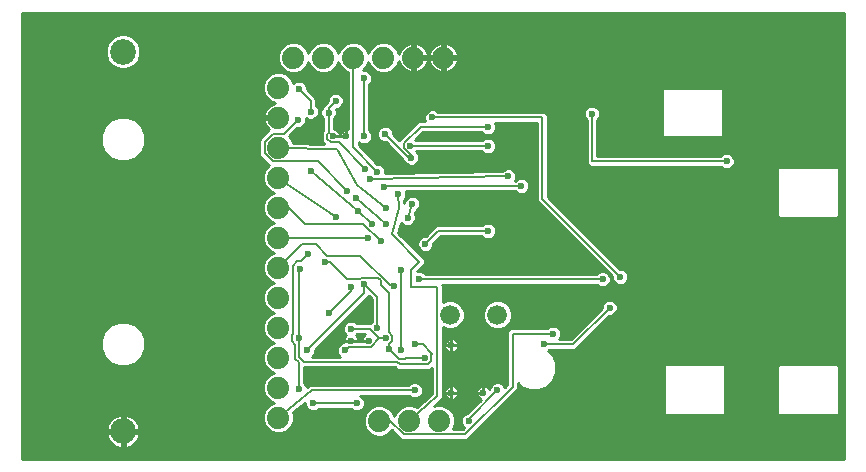
<source format=gbl>
G75*
%MOIN*%
%OFA0B0*%
%FSLAX25Y25*%
%IPPOS*%
%LPD*%
%AMOC8*
5,1,8,0,0,1.08239X$1,22.5*
%
%ADD10C,0.07400*%
%ADD11C,0.06600*%
%ADD12C,0.08600*%
%ADD13C,0.02362*%
%ADD14C,0.00600*%
%ADD15C,0.01000*%
D10*
X0088705Y0017209D03*
X0088705Y0027209D03*
X0088705Y0037209D03*
X0088705Y0047209D03*
X0088705Y0057209D03*
X0088705Y0067209D03*
X0088705Y0077209D03*
X0088705Y0087209D03*
X0088705Y0097209D03*
X0088705Y0107209D03*
X0088705Y0117209D03*
X0088705Y0127209D03*
X0093705Y0137209D03*
X0103705Y0137209D03*
X0113705Y0137209D03*
X0123705Y0137209D03*
X0133705Y0137209D03*
X0143705Y0137209D03*
X0142366Y0016067D03*
X0132366Y0016067D03*
X0122366Y0016067D03*
D11*
X0145988Y0051500D03*
X0161736Y0051500D03*
D12*
X0036933Y0012661D03*
X0036933Y0139157D03*
D13*
X0095201Y0116461D03*
X0099531Y0119217D03*
X0105437Y0118823D03*
X0107799Y0122760D03*
X0117248Y0130240D03*
X0095594Y0126697D03*
X0107012Y0110949D03*
X0111343Y0110949D03*
X0117248Y0110949D03*
X0124335Y0111736D03*
X0132602Y0107799D03*
X0132996Y0103862D03*
X0121579Y0099138D03*
X0119217Y0096776D03*
X0117642Y0099925D03*
X0123941Y0094020D03*
X0128665Y0091657D03*
X0133390Y0088508D03*
X0131815Y0083783D03*
X0124728Y0081815D03*
X0120004Y0081815D03*
X0118429Y0077091D03*
X0122760Y0075909D03*
X0107799Y0084177D03*
X0115160Y0086007D03*
X0114492Y0090476D03*
X0111736Y0092839D03*
X0099531Y0099531D03*
X0124728Y0086933D03*
X0137720Y0075122D03*
X0129453Y0066461D03*
X0135752Y0063311D03*
X0127091Y0060949D03*
X0117248Y0061736D03*
X0112917Y0060555D03*
X0105437Y0051894D03*
X0112917Y0046776D03*
X0112917Y0042839D03*
X0110949Y0039689D03*
X0118823Y0042839D03*
X0124728Y0043626D03*
X0125516Y0040083D03*
X0129453Y0039689D03*
X0134177Y0041657D03*
X0137720Y0036933D03*
X0146382Y0041264D03*
X0134177Y0026303D03*
X0146382Y0025516D03*
X0157012Y0025516D03*
X0161736Y0026303D03*
X0152287Y0016067D03*
X0114886Y0021972D03*
X0100319Y0021972D03*
X0095594Y0026697D03*
X0098350Y0039689D03*
X0095594Y0043626D03*
X0121579Y0047169D03*
X0095988Y0066854D03*
X0098744Y0071579D03*
X0104256Y0069217D03*
X0158587Y0079453D03*
X0169610Y0094413D03*
X0165280Y0097563D03*
X0158587Y0107799D03*
X0158587Y0114098D03*
X0140083Y0117248D03*
X0193232Y0118429D03*
X0238114Y0102681D03*
X0202681Y0064098D03*
X0196776Y0063311D03*
X0199138Y0053862D03*
X0180240Y0045201D03*
X0177091Y0041657D03*
D14*
X0186933Y0041657D01*
X0199138Y0053862D01*
X0196776Y0063311D02*
X0135752Y0063311D01*
X0132996Y0060555D02*
X0141657Y0060555D01*
X0141657Y0024335D01*
X0132366Y0016067D01*
X0130505Y0011575D02*
X0150945Y0011575D01*
X0166854Y0027484D01*
X0166854Y0045201D01*
X0180240Y0045201D01*
X0161736Y0026303D02*
X0152287Y0016854D01*
X0152287Y0016067D01*
X0157012Y0025516D02*
X0146382Y0025516D01*
X0146382Y0041264D01*
X0140083Y0038508D02*
X0139694Y0038119D01*
X0139694Y0036116D01*
X0138538Y0034960D01*
X0129094Y0034960D01*
X0128302Y0035752D01*
X0097169Y0035752D01*
X0095594Y0037327D01*
X0095594Y0043626D01*
X0095594Y0066461D01*
X0095988Y0066854D01*
X0093599Y0067844D02*
X0093599Y0045009D01*
X0093206Y0044616D01*
X0093206Y0042636D01*
X0094394Y0041447D01*
X0094394Y0036830D01*
X0095594Y0035630D01*
X0095594Y0026697D01*
X0099925Y0026303D02*
X0134177Y0026303D01*
X0130895Y0036796D02*
X0128803Y0036796D01*
X0125516Y0040083D01*
X0125516Y0041623D01*
X0126702Y0042809D01*
X0126702Y0044443D01*
X0125516Y0045629D01*
X0125516Y0058587D01*
X0122760Y0061343D01*
X0122760Y0062917D01*
X0121968Y0063709D01*
X0116431Y0063709D01*
X0116032Y0063311D01*
X0111736Y0063311D01*
X0105831Y0069217D01*
X0104256Y0069217D01*
X0105039Y0071190D02*
X0101106Y0075122D01*
X0096618Y0075122D01*
X0088705Y0067209D01*
X0093599Y0067844D02*
X0094999Y0069243D01*
X0096409Y0069243D01*
X0098744Y0071579D01*
X0105039Y0071190D02*
X0116032Y0071190D01*
X0125879Y0061343D01*
X0127091Y0060949D01*
X0132996Y0060555D02*
X0132996Y0066461D01*
X0135752Y0069217D01*
X0126697Y0078272D01*
X0129059Y0086933D01*
X0128665Y0091657D01*
X0124335Y0094413D02*
X0123941Y0094020D01*
X0124335Y0094413D02*
X0169610Y0094413D01*
X0165280Y0097563D02*
X0119217Y0096776D01*
X0121579Y0099138D02*
X0113705Y0107406D01*
X0113705Y0137209D01*
X0117248Y0130240D02*
X0117248Y0110949D01*
X0111343Y0110949D02*
X0107012Y0110949D01*
X0105437Y0112165D02*
X0105437Y0118823D01*
X0105437Y0120398D01*
X0107799Y0122760D01*
X0099531Y0122760D02*
X0099531Y0119217D01*
X0099531Y0122760D02*
X0095594Y0126697D01*
X0095201Y0116461D02*
X0090549Y0111809D01*
X0086799Y0111809D01*
X0084105Y0109114D01*
X0084105Y0105303D01*
X0086799Y0102609D01*
X0101966Y0102609D01*
X0111736Y0092839D01*
X0114886Y0094807D02*
X0124728Y0086933D01*
X0131815Y0083783D02*
X0133390Y0088508D01*
X0124728Y0081815D02*
X0114492Y0090476D01*
X0115160Y0086007D02*
X0120004Y0081815D01*
X0116873Y0081796D02*
X0097612Y0081796D01*
X0092199Y0087209D01*
X0088705Y0087209D01*
X0088705Y0077209D02*
X0118429Y0077091D01*
X0122760Y0075909D02*
X0116873Y0081796D01*
X0115160Y0086007D02*
X0099531Y0099531D01*
X0088744Y0097169D02*
X0088705Y0097209D01*
X0107799Y0084177D01*
X0114886Y0094807D02*
X0108193Y0106618D01*
X0088705Y0107209D01*
X0105039Y0110131D02*
X0106194Y0108976D01*
X0108985Y0108976D01*
X0117642Y0099925D01*
X0130629Y0106982D02*
X0130629Y0108617D01*
X0136111Y0114098D01*
X0158587Y0114098D01*
X0158587Y0107799D02*
X0132602Y0107799D01*
X0130629Y0106982D02*
X0132996Y0104615D01*
X0132996Y0103862D01*
X0132209Y0103862D01*
X0124335Y0111736D01*
X0140083Y0117248D02*
X0176697Y0117248D01*
X0176697Y0090083D01*
X0202681Y0064098D01*
X0158587Y0079453D02*
X0142051Y0079453D01*
X0137720Y0075122D01*
X0129453Y0066461D02*
X0129453Y0039689D01*
X0134177Y0041657D02*
X0136933Y0041657D01*
X0140083Y0038508D01*
X0137720Y0036933D02*
X0131032Y0036933D01*
X0130895Y0036796D01*
X0124728Y0043626D02*
X0122401Y0043626D01*
X0120831Y0045196D01*
X0120761Y0045196D01*
X0119182Y0046776D01*
X0112917Y0046776D01*
X0112917Y0042839D02*
X0118823Y0042839D01*
X0119640Y0040865D02*
X0112125Y0040865D01*
X0110949Y0039689D01*
X0119640Y0040865D02*
X0122401Y0043626D01*
X0121579Y0047169D02*
X0121579Y0057406D01*
X0117248Y0061736D01*
X0117248Y0058587D01*
X0098350Y0039689D01*
X0105437Y0051894D02*
X0112917Y0059374D01*
X0112917Y0060555D01*
X0099925Y0026303D02*
X0088705Y0017209D01*
X0100319Y0021972D02*
X0114886Y0021972D01*
X0122366Y0016067D02*
X0126013Y0016067D01*
X0130505Y0011575D01*
X0193232Y0102681D02*
X0193232Y0118429D01*
X0193232Y0102681D02*
X0238114Y0102681D01*
X0105437Y0112165D02*
X0105039Y0111766D01*
X0105039Y0110131D01*
D15*
X0003300Y0152062D02*
X0003300Y0003300D01*
X0277259Y0003300D01*
X0277259Y0152062D01*
X0003300Y0152062D01*
X0003300Y0151699D02*
X0277259Y0151699D01*
X0277259Y0150700D02*
X0003300Y0150700D01*
X0003300Y0149702D02*
X0277259Y0149702D01*
X0277259Y0148703D02*
X0003300Y0148703D01*
X0003300Y0147705D02*
X0277259Y0147705D01*
X0277259Y0146706D02*
X0003300Y0146706D01*
X0003300Y0145708D02*
X0277259Y0145708D01*
X0277259Y0144709D02*
X0038686Y0144709D01*
X0038087Y0144957D02*
X0035779Y0144957D01*
X0033648Y0144074D01*
X0032016Y0142443D01*
X0031133Y0140311D01*
X0031133Y0138004D01*
X0032016Y0135872D01*
X0033648Y0134240D01*
X0035779Y0133357D01*
X0038087Y0133357D01*
X0040219Y0134240D01*
X0041850Y0135872D01*
X0042733Y0138004D01*
X0042733Y0140311D01*
X0041850Y0142443D01*
X0040219Y0144074D01*
X0038087Y0144957D01*
X0040582Y0143711D02*
X0277259Y0143711D01*
X0277259Y0142712D02*
X0041581Y0142712D01*
X0042152Y0141714D02*
X0090993Y0141714D01*
X0090759Y0141617D02*
X0089296Y0140154D01*
X0088505Y0138243D01*
X0088505Y0136174D01*
X0089296Y0134263D01*
X0090759Y0132800D01*
X0092670Y0132009D01*
X0094739Y0132009D01*
X0096650Y0132800D01*
X0098113Y0134263D01*
X0098705Y0135691D01*
X0099296Y0134263D01*
X0100759Y0132800D01*
X0102670Y0132009D01*
X0104739Y0132009D01*
X0106650Y0132800D01*
X0108113Y0134263D01*
X0108705Y0135691D01*
X0109296Y0134263D01*
X0110759Y0132800D01*
X0111905Y0132326D01*
X0111905Y0113354D01*
X0111586Y0113417D01*
X0111343Y0113417D01*
X0111343Y0110949D01*
X0111342Y0110949D01*
X0111342Y0110949D01*
X0107012Y0110949D01*
X0107012Y0110949D01*
X0108874Y0110949D01*
X0111342Y0110949D01*
X0111342Y0113417D01*
X0111099Y0113417D01*
X0110622Y0113322D01*
X0110173Y0113136D01*
X0109769Y0112866D01*
X0109425Y0112522D01*
X0109177Y0112151D01*
X0108929Y0112522D01*
X0108585Y0112866D01*
X0108181Y0113136D01*
X0107732Y0113322D01*
X0107255Y0113417D01*
X0107237Y0113417D01*
X0107237Y0116831D01*
X0107710Y0117304D01*
X0108118Y0118290D01*
X0108118Y0119356D01*
X0107819Y0120079D01*
X0108333Y0120079D01*
X0109318Y0120487D01*
X0110072Y0121241D01*
X0110480Y0122227D01*
X0110480Y0123293D01*
X0110072Y0124279D01*
X0109318Y0125033D01*
X0108333Y0125441D01*
X0107266Y0125441D01*
X0106280Y0125033D01*
X0105526Y0124279D01*
X0105118Y0123293D01*
X0105118Y0122624D01*
X0103637Y0121143D01*
X0103637Y0120814D01*
X0103164Y0120342D01*
X0102756Y0119356D01*
X0102756Y0118290D01*
X0103164Y0117304D01*
X0103637Y0116831D01*
X0103637Y0112910D01*
X0103239Y0112512D01*
X0103239Y0109386D01*
X0104081Y0108544D01*
X0093649Y0108860D01*
X0093113Y0110154D01*
X0092277Y0110991D01*
X0095065Y0113780D01*
X0095734Y0113780D01*
X0096720Y0114188D01*
X0097474Y0114942D01*
X0097882Y0115927D01*
X0097882Y0116994D01*
X0097825Y0117131D01*
X0098013Y0116944D01*
X0098998Y0116535D01*
X0100065Y0116535D01*
X0101050Y0116944D01*
X0101804Y0117698D01*
X0102213Y0118683D01*
X0102213Y0119750D01*
X0101804Y0120735D01*
X0101331Y0121208D01*
X0101331Y0123505D01*
X0098276Y0126561D01*
X0098276Y0127230D01*
X0097867Y0128216D01*
X0097113Y0128970D01*
X0096128Y0129378D01*
X0095061Y0129378D01*
X0094076Y0128970D01*
X0093742Y0128636D01*
X0093113Y0130154D01*
X0091650Y0131617D01*
X0089739Y0132409D01*
X0087670Y0132409D01*
X0085759Y0131617D01*
X0084296Y0130154D01*
X0083505Y0128243D01*
X0083505Y0126174D01*
X0084296Y0124263D01*
X0085759Y0122800D01*
X0087524Y0122069D01*
X0086790Y0121831D01*
X0086091Y0121474D01*
X0085456Y0121013D01*
X0084901Y0120458D01*
X0084439Y0119823D01*
X0084083Y0119123D01*
X0083840Y0118377D01*
X0083734Y0117709D01*
X0088205Y0117709D01*
X0088205Y0116709D01*
X0083734Y0116709D01*
X0083840Y0116041D01*
X0084083Y0115294D01*
X0084439Y0114595D01*
X0084901Y0113960D01*
X0085456Y0113404D01*
X0085684Y0113239D01*
X0084999Y0112554D01*
X0082305Y0109860D01*
X0082305Y0104558D01*
X0083359Y0103503D01*
X0084999Y0101863D01*
X0085502Y0101360D01*
X0084296Y0100154D01*
X0083505Y0098243D01*
X0083505Y0096174D01*
X0084296Y0094263D01*
X0085759Y0092800D01*
X0087188Y0092209D01*
X0085759Y0091617D01*
X0084296Y0090154D01*
X0083505Y0088243D01*
X0083505Y0086174D01*
X0084296Y0084263D01*
X0085759Y0082800D01*
X0087188Y0082209D01*
X0085759Y0081617D01*
X0084296Y0080154D01*
X0083505Y0078243D01*
X0083505Y0076174D01*
X0084296Y0074263D01*
X0085759Y0072800D01*
X0087188Y0072209D01*
X0085759Y0071617D01*
X0084296Y0070154D01*
X0083505Y0068243D01*
X0083505Y0066174D01*
X0084296Y0064263D01*
X0085759Y0062800D01*
X0087188Y0062209D01*
X0085759Y0061617D01*
X0084296Y0060154D01*
X0083505Y0058243D01*
X0083505Y0056174D01*
X0084296Y0054263D01*
X0085759Y0052800D01*
X0087188Y0052209D01*
X0085759Y0051617D01*
X0084296Y0050154D01*
X0083505Y0048243D01*
X0083505Y0046174D01*
X0084296Y0044263D01*
X0085759Y0042800D01*
X0087188Y0042209D01*
X0085759Y0041617D01*
X0084296Y0040154D01*
X0083505Y0038243D01*
X0083505Y0036174D01*
X0084296Y0034263D01*
X0085759Y0032800D01*
X0087188Y0032209D01*
X0085759Y0031617D01*
X0084296Y0030154D01*
X0083505Y0028243D01*
X0083505Y0026174D01*
X0084296Y0024263D01*
X0085759Y0022800D01*
X0087188Y0022209D01*
X0085759Y0021617D01*
X0084296Y0020154D01*
X0083505Y0018243D01*
X0083505Y0016174D01*
X0084296Y0014263D01*
X0085759Y0012800D01*
X0087670Y0012009D01*
X0089739Y0012009D01*
X0091650Y0012800D01*
X0093113Y0014263D01*
X0093905Y0016174D01*
X0093905Y0018243D01*
X0093637Y0018889D01*
X0097638Y0022132D01*
X0097638Y0021439D01*
X0098046Y0020454D01*
X0098800Y0019700D01*
X0099786Y0019291D01*
X0100852Y0019291D01*
X0101838Y0019700D01*
X0102311Y0020172D01*
X0112894Y0020172D01*
X0113367Y0019700D01*
X0114353Y0019291D01*
X0115419Y0019291D01*
X0116405Y0019700D01*
X0117159Y0020454D01*
X0117567Y0021439D01*
X0117567Y0022506D01*
X0117159Y0023491D01*
X0116405Y0024245D01*
X0115782Y0024503D01*
X0132186Y0024503D01*
X0132658Y0024030D01*
X0133644Y0023622D01*
X0134710Y0023622D01*
X0135696Y0024030D01*
X0136450Y0024784D01*
X0136858Y0025770D01*
X0136858Y0026836D01*
X0136450Y0027822D01*
X0135696Y0028576D01*
X0134710Y0028984D01*
X0133644Y0028984D01*
X0132658Y0028576D01*
X0132186Y0028103D01*
X0100019Y0028103D01*
X0099371Y0028171D01*
X0099287Y0028103D01*
X0099180Y0028103D01*
X0098719Y0027642D01*
X0098259Y0027270D01*
X0097867Y0028216D01*
X0097394Y0028688D01*
X0097394Y0033952D01*
X0127556Y0033952D01*
X0128348Y0033160D01*
X0139283Y0033160D01*
X0139857Y0033734D01*
X0139857Y0025142D01*
X0134835Y0020673D01*
X0133400Y0021267D01*
X0131332Y0021267D01*
X0129421Y0020475D01*
X0127958Y0019012D01*
X0127366Y0017584D01*
X0126774Y0019012D01*
X0125312Y0020475D01*
X0123400Y0021267D01*
X0121332Y0021267D01*
X0119421Y0020475D01*
X0117958Y0019012D01*
X0117166Y0017101D01*
X0117166Y0015033D01*
X0117958Y0013121D01*
X0119421Y0011659D01*
X0121332Y0010867D01*
X0123400Y0010867D01*
X0125312Y0011659D01*
X0126594Y0012941D01*
X0128705Y0010829D01*
X0129760Y0009775D01*
X0151690Y0009775D01*
X0152745Y0010829D01*
X0152745Y0010829D01*
X0167600Y0025684D01*
X0168654Y0026739D01*
X0168654Y0028597D01*
X0169746Y0027505D01*
X0172468Y0026378D01*
X0175414Y0026378D01*
X0178136Y0027505D01*
X0180219Y0029589D01*
X0181346Y0032310D01*
X0181346Y0035257D01*
X0180219Y0037978D01*
X0178711Y0039486D01*
X0179082Y0039857D01*
X0187679Y0039857D01*
X0199002Y0051181D01*
X0199671Y0051181D01*
X0200657Y0051589D01*
X0201411Y0052343D01*
X0201819Y0053329D01*
X0201819Y0054396D01*
X0201411Y0055381D01*
X0200657Y0056135D01*
X0199671Y0056543D01*
X0198604Y0056543D01*
X0197619Y0056135D01*
X0196865Y0055381D01*
X0196457Y0054396D01*
X0196457Y0053727D01*
X0186187Y0043457D01*
X0182288Y0043457D01*
X0182513Y0043682D01*
X0182921Y0044667D01*
X0182921Y0045734D01*
X0182513Y0046720D01*
X0181759Y0047474D01*
X0180773Y0047882D01*
X0179707Y0047882D01*
X0178721Y0047474D01*
X0178248Y0047001D01*
X0166109Y0047001D01*
X0165054Y0045946D01*
X0165054Y0028230D01*
X0164196Y0027371D01*
X0164009Y0027822D01*
X0163255Y0028576D01*
X0162270Y0028984D01*
X0161203Y0028984D01*
X0160217Y0028576D01*
X0159463Y0027822D01*
X0159072Y0026876D01*
X0158929Y0027089D01*
X0158585Y0027433D01*
X0158181Y0027703D01*
X0157732Y0027889D01*
X0157255Y0027984D01*
X0157012Y0027984D01*
X0157012Y0025516D01*
X0157012Y0025516D01*
X0157012Y0027984D01*
X0156769Y0027984D01*
X0156292Y0027889D01*
X0155843Y0027703D01*
X0155438Y0027433D01*
X0155094Y0027089D01*
X0154824Y0026685D01*
X0154638Y0026236D01*
X0154543Y0025759D01*
X0154543Y0025516D01*
X0157012Y0025516D01*
X0157012Y0025516D01*
X0154543Y0025516D01*
X0154543Y0025273D01*
X0154638Y0024796D01*
X0154824Y0024346D01*
X0155094Y0023942D01*
X0155438Y0023598D01*
X0155843Y0023328D01*
X0156106Y0023219D01*
X0151552Y0018664D01*
X0150769Y0018340D01*
X0150014Y0017586D01*
X0149606Y0016600D01*
X0149606Y0015534D01*
X0150014Y0014548D01*
X0150694Y0013869D01*
X0150199Y0013375D01*
X0146879Y0013375D01*
X0147566Y0015033D01*
X0147566Y0017101D01*
X0146774Y0019012D01*
X0145312Y0020475D01*
X0143400Y0021267D01*
X0141332Y0021267D01*
X0140557Y0020946D01*
X0142342Y0022535D01*
X0142403Y0022535D01*
X0142893Y0023025D01*
X0143411Y0023486D01*
X0143415Y0023546D01*
X0143457Y0023589D01*
X0143457Y0024282D01*
X0143498Y0024974D01*
X0143457Y0025020D01*
X0143457Y0047353D01*
X0145033Y0046700D01*
X0146943Y0046700D01*
X0148707Y0047431D01*
X0150057Y0048781D01*
X0150788Y0050545D01*
X0150788Y0052455D01*
X0150057Y0054219D01*
X0148707Y0055569D01*
X0146943Y0056300D01*
X0145033Y0056300D01*
X0143457Y0055647D01*
X0143457Y0061301D01*
X0143247Y0061511D01*
X0194784Y0061511D01*
X0195257Y0061038D01*
X0196242Y0060630D01*
X0197309Y0060630D01*
X0198294Y0061038D01*
X0199049Y0061792D01*
X0199457Y0062778D01*
X0199457Y0063844D01*
X0199049Y0064830D01*
X0198294Y0065584D01*
X0197309Y0065992D01*
X0196242Y0065992D01*
X0195257Y0065584D01*
X0194784Y0065111D01*
X0137744Y0065111D01*
X0137271Y0065584D01*
X0136285Y0065992D01*
X0135219Y0065992D01*
X0134970Y0065889D01*
X0137552Y0068471D01*
X0137552Y0069962D01*
X0136498Y0071017D01*
X0128708Y0078806D01*
X0129628Y0082179D01*
X0130296Y0081511D01*
X0131282Y0081102D01*
X0132348Y0081102D01*
X0133334Y0081511D01*
X0134088Y0082265D01*
X0134496Y0083250D01*
X0134496Y0084317D01*
X0134160Y0085127D01*
X0134469Y0086053D01*
X0134908Y0086235D01*
X0135663Y0086989D01*
X0136071Y0087975D01*
X0136071Y0089041D01*
X0135663Y0090027D01*
X0134908Y0090781D01*
X0133923Y0091189D01*
X0132856Y0091189D01*
X0131871Y0090781D01*
X0131117Y0090027D01*
X0130709Y0089041D01*
X0130709Y0088812D01*
X0130624Y0089825D01*
X0130938Y0090139D01*
X0131346Y0091124D01*
X0131346Y0092191D01*
X0131171Y0092613D01*
X0167619Y0092613D01*
X0168092Y0092140D01*
X0169077Y0091732D01*
X0170144Y0091732D01*
X0171129Y0092140D01*
X0171883Y0092895D01*
X0172291Y0093880D01*
X0172291Y0094947D01*
X0171883Y0095932D01*
X0171129Y0096686D01*
X0170144Y0097094D01*
X0169077Y0097094D01*
X0168092Y0096686D01*
X0167625Y0096220D01*
X0167961Y0097030D01*
X0167961Y0098096D01*
X0167552Y0099082D01*
X0166798Y0099836D01*
X0165813Y0100244D01*
X0164746Y0100244D01*
X0163761Y0099836D01*
X0163254Y0099329D01*
X0124260Y0098662D01*
X0124260Y0099671D01*
X0123852Y0100657D01*
X0123097Y0101411D01*
X0122112Y0101819D01*
X0121511Y0101819D01*
X0115505Y0108126D01*
X0115505Y0108900D01*
X0115729Y0108676D01*
X0116715Y0108268D01*
X0117781Y0108268D01*
X0118767Y0108676D01*
X0119521Y0109430D01*
X0119929Y0110416D01*
X0119929Y0111482D01*
X0119521Y0112468D01*
X0119048Y0112940D01*
X0119048Y0128248D01*
X0119521Y0128721D01*
X0119929Y0129707D01*
X0119929Y0130773D01*
X0119521Y0131759D01*
X0118767Y0132513D01*
X0117781Y0132921D01*
X0116771Y0132921D01*
X0118113Y0134263D01*
X0118705Y0135691D01*
X0119296Y0134263D01*
X0120759Y0132800D01*
X0122670Y0132009D01*
X0124739Y0132009D01*
X0126650Y0132800D01*
X0128113Y0134263D01*
X0128844Y0136028D01*
X0129083Y0135294D01*
X0129439Y0134595D01*
X0129901Y0133960D01*
X0130456Y0133404D01*
X0131091Y0132943D01*
X0131790Y0132587D01*
X0132537Y0132344D01*
X0133205Y0132238D01*
X0133205Y0136709D01*
X0134205Y0136709D01*
X0134205Y0137709D01*
X0133205Y0137709D01*
X0133205Y0142179D01*
X0132537Y0142073D01*
X0131790Y0141831D01*
X0131091Y0141474D01*
X0130456Y0141013D01*
X0129901Y0140458D01*
X0129439Y0139823D01*
X0129083Y0139123D01*
X0128844Y0138389D01*
X0128113Y0140154D01*
X0126650Y0141617D01*
X0124739Y0142409D01*
X0122670Y0142409D01*
X0120759Y0141617D01*
X0119296Y0140154D01*
X0118705Y0138726D01*
X0118113Y0140154D01*
X0116650Y0141617D01*
X0114739Y0142409D01*
X0112670Y0142409D01*
X0110759Y0141617D01*
X0109296Y0140154D01*
X0108705Y0138726D01*
X0108113Y0140154D01*
X0106650Y0141617D01*
X0104739Y0142409D01*
X0102670Y0142409D01*
X0100759Y0141617D01*
X0099296Y0140154D01*
X0098705Y0138726D01*
X0098113Y0140154D01*
X0096650Y0141617D01*
X0094739Y0142409D01*
X0092670Y0142409D01*
X0090759Y0141617D01*
X0089857Y0140715D02*
X0042566Y0140715D01*
X0042733Y0139717D02*
X0089115Y0139717D01*
X0088702Y0138718D02*
X0042733Y0138718D01*
X0042615Y0137720D02*
X0088505Y0137720D01*
X0088505Y0136721D02*
X0042202Y0136721D01*
X0041701Y0135723D02*
X0088692Y0135723D01*
X0089105Y0134724D02*
X0040702Y0134724D01*
X0038976Y0133726D02*
X0089834Y0133726D01*
X0090936Y0132727D02*
X0003300Y0132727D01*
X0003300Y0131729D02*
X0086029Y0131729D01*
X0084872Y0130730D02*
X0003300Y0130730D01*
X0003300Y0129732D02*
X0084121Y0129732D01*
X0083708Y0128733D02*
X0003300Y0128733D01*
X0003300Y0127735D02*
X0083505Y0127735D01*
X0083505Y0126736D02*
X0003300Y0126736D01*
X0003300Y0125738D02*
X0083686Y0125738D01*
X0084099Y0124739D02*
X0003300Y0124739D01*
X0003300Y0123741D02*
X0084819Y0123741D01*
X0085900Y0122742D02*
X0003300Y0122742D01*
X0003300Y0121744D02*
X0086619Y0121744D01*
X0085188Y0120745D02*
X0003300Y0120745D01*
X0003300Y0119747D02*
X0084400Y0119747D01*
X0083961Y0118748D02*
X0003300Y0118748D01*
X0003300Y0117750D02*
X0083741Y0117750D01*
X0083934Y0115753D02*
X0041657Y0115753D01*
X0041128Y0116282D02*
X0038406Y0117409D01*
X0035460Y0117409D01*
X0032738Y0116282D01*
X0030655Y0114199D01*
X0029528Y0111477D01*
X0029528Y0108531D01*
X0030655Y0105809D01*
X0032738Y0103726D01*
X0035460Y0102598D01*
X0038406Y0102598D01*
X0041128Y0103726D01*
X0043211Y0105809D01*
X0044339Y0108531D01*
X0044339Y0111477D01*
X0043211Y0114199D01*
X0041128Y0116282D01*
X0039996Y0116751D02*
X0088205Y0116751D01*
X0085105Y0113755D02*
X0043395Y0113755D01*
X0043808Y0112757D02*
X0085202Y0112757D01*
X0084204Y0111758D02*
X0044222Y0111758D01*
X0044339Y0110760D02*
X0083205Y0110760D01*
X0082305Y0109761D02*
X0044339Y0109761D01*
X0044339Y0108763D02*
X0082305Y0108763D01*
X0082305Y0107764D02*
X0044021Y0107764D01*
X0043607Y0106766D02*
X0082305Y0106766D01*
X0082305Y0105767D02*
X0043170Y0105767D01*
X0042171Y0104769D02*
X0082305Y0104769D01*
X0083092Y0103770D02*
X0041172Y0103770D01*
X0038825Y0102772D02*
X0084091Y0102772D01*
X0085089Y0101773D02*
X0003300Y0101773D01*
X0003300Y0100775D02*
X0084917Y0100775D01*
X0084140Y0099776D02*
X0003300Y0099776D01*
X0003300Y0098778D02*
X0083726Y0098778D01*
X0083505Y0097779D02*
X0003300Y0097779D01*
X0003300Y0096781D02*
X0083505Y0096781D01*
X0083667Y0095782D02*
X0003300Y0095782D01*
X0003300Y0094784D02*
X0084081Y0094784D01*
X0084774Y0093785D02*
X0003300Y0093785D01*
X0003300Y0092787D02*
X0085792Y0092787D01*
X0086173Y0091788D02*
X0003300Y0091788D01*
X0003300Y0090790D02*
X0084932Y0090790D01*
X0084146Y0089791D02*
X0003300Y0089791D01*
X0003300Y0088793D02*
X0083732Y0088793D01*
X0083505Y0087794D02*
X0003300Y0087794D01*
X0003300Y0086796D02*
X0083505Y0086796D01*
X0083661Y0085797D02*
X0003300Y0085797D01*
X0003300Y0084799D02*
X0084075Y0084799D01*
X0084759Y0083800D02*
X0003300Y0083800D01*
X0003300Y0082802D02*
X0085758Y0082802D01*
X0086209Y0081803D02*
X0003300Y0081803D01*
X0003300Y0080805D02*
X0084947Y0080805D01*
X0084152Y0079806D02*
X0003300Y0079806D01*
X0003300Y0078808D02*
X0083739Y0078808D01*
X0083505Y0077809D02*
X0003300Y0077809D01*
X0003300Y0076811D02*
X0083505Y0076811D01*
X0083655Y0075812D02*
X0003300Y0075812D01*
X0003300Y0074814D02*
X0084068Y0074814D01*
X0084744Y0073815D02*
X0003300Y0073815D01*
X0003300Y0072817D02*
X0085743Y0072817D01*
X0086244Y0071818D02*
X0003300Y0071818D01*
X0003300Y0070820D02*
X0084962Y0070820D01*
X0084158Y0069821D02*
X0003300Y0069821D01*
X0003300Y0068822D02*
X0083745Y0068822D01*
X0083505Y0067824D02*
X0003300Y0067824D01*
X0003300Y0066825D02*
X0083505Y0066825D01*
X0083649Y0065827D02*
X0003300Y0065827D01*
X0003300Y0064828D02*
X0084062Y0064828D01*
X0084730Y0063830D02*
X0003300Y0063830D01*
X0003300Y0062831D02*
X0085728Y0062831D01*
X0086280Y0061833D02*
X0003300Y0061833D01*
X0003300Y0060834D02*
X0084977Y0060834D01*
X0084165Y0059836D02*
X0003300Y0059836D01*
X0003300Y0058837D02*
X0083751Y0058837D01*
X0083505Y0057839D02*
X0003300Y0057839D01*
X0003300Y0056840D02*
X0083505Y0056840D01*
X0083642Y0055842D02*
X0003300Y0055842D01*
X0003300Y0054843D02*
X0084056Y0054843D01*
X0084715Y0053845D02*
X0003300Y0053845D01*
X0003300Y0052846D02*
X0085713Y0052846D01*
X0086316Y0051848D02*
X0003300Y0051848D01*
X0003300Y0050849D02*
X0084991Y0050849D01*
X0084171Y0049851D02*
X0003300Y0049851D01*
X0003300Y0048852D02*
X0034571Y0048852D01*
X0035460Y0049220D02*
X0032738Y0048093D01*
X0030655Y0046010D01*
X0029528Y0043288D01*
X0029528Y0040342D01*
X0030655Y0037620D01*
X0032738Y0035537D01*
X0035460Y0034409D01*
X0038406Y0034409D01*
X0041128Y0035537D01*
X0043211Y0037620D01*
X0044339Y0040342D01*
X0044339Y0043288D01*
X0043211Y0046010D01*
X0041128Y0048093D01*
X0038406Y0049220D01*
X0035460Y0049220D01*
X0032499Y0047854D02*
X0003300Y0047854D01*
X0003300Y0046855D02*
X0031500Y0046855D01*
X0030592Y0045857D02*
X0003300Y0045857D01*
X0003300Y0044858D02*
X0030178Y0044858D01*
X0029764Y0043860D02*
X0003300Y0043860D01*
X0003300Y0042861D02*
X0029528Y0042861D01*
X0029528Y0041863D02*
X0003300Y0041863D01*
X0003300Y0040864D02*
X0029528Y0040864D01*
X0029725Y0039866D02*
X0003300Y0039866D01*
X0003300Y0038867D02*
X0030138Y0038867D01*
X0030552Y0037869D02*
X0003300Y0037869D01*
X0003300Y0036870D02*
X0031405Y0036870D01*
X0032403Y0035872D02*
X0003300Y0035872D01*
X0003300Y0034873D02*
X0034341Y0034873D01*
X0039525Y0034873D02*
X0084044Y0034873D01*
X0083630Y0035872D02*
X0041463Y0035872D01*
X0042461Y0036870D02*
X0083505Y0036870D01*
X0083505Y0037869D02*
X0043314Y0037869D01*
X0043728Y0038867D02*
X0083763Y0038867D01*
X0084177Y0039866D02*
X0044141Y0039866D01*
X0044339Y0040864D02*
X0085006Y0040864D01*
X0086352Y0041863D02*
X0044339Y0041863D01*
X0044339Y0042861D02*
X0085698Y0042861D01*
X0084700Y0043860D02*
X0044102Y0043860D01*
X0043688Y0044858D02*
X0084050Y0044858D01*
X0083636Y0045857D02*
X0043275Y0045857D01*
X0042366Y0046855D02*
X0083505Y0046855D01*
X0083505Y0047854D02*
X0041367Y0047854D01*
X0039295Y0048852D02*
X0083757Y0048852D01*
X0100005Y0037552D02*
X0100623Y0038170D01*
X0101031Y0039156D01*
X0101031Y0039824D01*
X0118823Y0057616D01*
X0119779Y0056660D01*
X0119779Y0049161D01*
X0119306Y0048688D01*
X0119259Y0048576D01*
X0114909Y0048576D01*
X0114436Y0049049D01*
X0113451Y0049457D01*
X0112384Y0049457D01*
X0111399Y0049049D01*
X0110644Y0048294D01*
X0110236Y0047309D01*
X0110236Y0046242D01*
X0110644Y0045257D01*
X0111245Y0044657D01*
X0111000Y0044412D01*
X0110730Y0044008D01*
X0110544Y0043559D01*
X0110449Y0043082D01*
X0110449Y0042839D01*
X0112917Y0042839D01*
X0112917Y0042839D01*
X0110449Y0042839D01*
X0110449Y0042595D01*
X0110494Y0042370D01*
X0110416Y0042370D01*
X0109430Y0041962D01*
X0108676Y0041208D01*
X0108268Y0040222D01*
X0108268Y0039156D01*
X0108676Y0038170D01*
X0109294Y0037552D01*
X0100005Y0037552D01*
X0100322Y0037869D02*
X0108978Y0037869D01*
X0108387Y0038867D02*
X0100912Y0038867D01*
X0101073Y0039866D02*
X0108268Y0039866D01*
X0108534Y0040864D02*
X0102071Y0040864D01*
X0103070Y0041863D02*
X0109331Y0041863D01*
X0110449Y0042861D02*
X0104068Y0042861D01*
X0105067Y0043860D02*
X0110668Y0043860D01*
X0111043Y0044858D02*
X0106065Y0044858D01*
X0107064Y0045857D02*
X0110396Y0045857D01*
X0110236Y0046855D02*
X0108062Y0046855D01*
X0109061Y0047854D02*
X0110462Y0047854D01*
X0110059Y0048852D02*
X0111202Y0048852D01*
X0111058Y0049851D02*
X0119779Y0049851D01*
X0119779Y0050849D02*
X0112056Y0050849D01*
X0113055Y0051848D02*
X0119779Y0051848D01*
X0119779Y0052846D02*
X0114053Y0052846D01*
X0115052Y0053845D02*
X0119779Y0053845D01*
X0119779Y0054843D02*
X0116050Y0054843D01*
X0117049Y0055842D02*
X0119779Y0055842D01*
X0119598Y0056840D02*
X0118047Y0056840D01*
X0119470Y0048852D02*
X0114632Y0048852D01*
X0114909Y0044976D02*
X0117578Y0044976D01*
X0117249Y0044756D01*
X0116905Y0044412D01*
X0116635Y0044008D01*
X0116449Y0043559D01*
X0116354Y0043082D01*
X0116354Y0042839D01*
X0118823Y0042839D01*
X0118823Y0042839D01*
X0116354Y0042839D01*
X0116354Y0042665D01*
X0115386Y0042665D01*
X0115386Y0042839D01*
X0115386Y0043082D01*
X0115291Y0043559D01*
X0115105Y0044008D01*
X0114835Y0044412D01*
X0114590Y0044657D01*
X0114909Y0044976D01*
X0114792Y0044858D02*
X0117402Y0044858D01*
X0116574Y0043860D02*
X0115166Y0043860D01*
X0115386Y0042861D02*
X0116354Y0042861D01*
X0115386Y0042839D02*
X0112917Y0042839D01*
X0112917Y0042839D01*
X0115386Y0042839D01*
X0127634Y0033875D02*
X0097394Y0033875D01*
X0097394Y0032876D02*
X0139857Y0032876D01*
X0139857Y0031878D02*
X0097394Y0031878D01*
X0097394Y0030879D02*
X0139857Y0030879D01*
X0139857Y0029881D02*
X0097394Y0029881D01*
X0097394Y0028882D02*
X0133397Y0028882D01*
X0134957Y0028882D02*
X0139857Y0028882D01*
X0139857Y0027884D02*
X0136388Y0027884D01*
X0136838Y0026885D02*
X0139857Y0026885D01*
X0139857Y0025886D02*
X0136858Y0025886D01*
X0136493Y0024888D02*
X0139572Y0024888D01*
X0138449Y0023889D02*
X0135356Y0023889D01*
X0136205Y0021892D02*
X0117567Y0021892D01*
X0117407Y0022891D02*
X0137327Y0022891D01*
X0135083Y0020894D02*
X0134301Y0020894D01*
X0132998Y0023889D02*
X0116760Y0023889D01*
X0117341Y0020894D02*
X0120431Y0020894D01*
X0118841Y0019895D02*
X0116600Y0019895D01*
X0117910Y0018897D02*
X0093646Y0018897D01*
X0093905Y0017898D02*
X0117496Y0017898D01*
X0117166Y0016900D02*
X0093905Y0016900D01*
X0093792Y0015901D02*
X0117166Y0015901D01*
X0117220Y0014903D02*
X0093378Y0014903D01*
X0092754Y0013904D02*
X0117633Y0013904D01*
X0118173Y0012906D02*
X0091756Y0012906D01*
X0085654Y0012906D02*
X0037433Y0012906D01*
X0037433Y0013161D02*
X0042511Y0013161D01*
X0042383Y0013970D01*
X0042111Y0014806D01*
X0041712Y0015590D01*
X0041195Y0016301D01*
X0040573Y0016923D01*
X0039862Y0017440D01*
X0039078Y0017839D01*
X0038241Y0018111D01*
X0037433Y0018239D01*
X0037433Y0013161D01*
X0037433Y0012161D01*
X0037433Y0007084D01*
X0038241Y0007212D01*
X0039078Y0007483D01*
X0039862Y0007883D01*
X0040573Y0008400D01*
X0041195Y0009021D01*
X0041712Y0009733D01*
X0042111Y0010517D01*
X0042383Y0011353D01*
X0042511Y0012161D01*
X0037433Y0012161D01*
X0036433Y0012161D01*
X0036433Y0007084D01*
X0035625Y0007212D01*
X0034788Y0007483D01*
X0034005Y0007883D01*
X0033293Y0008400D01*
X0032671Y0009021D01*
X0032154Y0009733D01*
X0031755Y0010517D01*
X0031483Y0011353D01*
X0031355Y0012161D01*
X0036433Y0012161D01*
X0036433Y0013161D01*
X0031355Y0013161D01*
X0031483Y0013970D01*
X0031755Y0014806D01*
X0032154Y0015590D01*
X0032671Y0016301D01*
X0033293Y0016923D01*
X0034005Y0017440D01*
X0034788Y0017839D01*
X0035625Y0018111D01*
X0036433Y0018239D01*
X0036433Y0013161D01*
X0037433Y0013161D01*
X0037433Y0013904D02*
X0036433Y0013904D01*
X0036433Y0012906D02*
X0003300Y0012906D01*
X0003300Y0013904D02*
X0031473Y0013904D01*
X0031804Y0014903D02*
X0003300Y0014903D01*
X0003300Y0015901D02*
X0032381Y0015901D01*
X0033270Y0016900D02*
X0003300Y0016900D01*
X0003300Y0017898D02*
X0034970Y0017898D01*
X0036433Y0017898D02*
X0037433Y0017898D01*
X0037433Y0016900D02*
X0036433Y0016900D01*
X0036433Y0015901D02*
X0037433Y0015901D01*
X0037433Y0014903D02*
X0036433Y0014903D01*
X0036433Y0011907D02*
X0037433Y0011907D01*
X0037433Y0010909D02*
X0036433Y0010909D01*
X0036433Y0009910D02*
X0037433Y0009910D01*
X0037433Y0008912D02*
X0036433Y0008912D01*
X0036433Y0007913D02*
X0037433Y0007913D01*
X0039904Y0007913D02*
X0277259Y0007913D01*
X0277259Y0006915D02*
X0003300Y0006915D01*
X0003300Y0007913D02*
X0033962Y0007913D01*
X0032781Y0008912D02*
X0003300Y0008912D01*
X0003300Y0009910D02*
X0032064Y0009910D01*
X0031628Y0010909D02*
X0003300Y0010909D01*
X0003300Y0011907D02*
X0031395Y0011907D01*
X0041085Y0008912D02*
X0277259Y0008912D01*
X0277259Y0009910D02*
X0151826Y0009910D01*
X0152824Y0010909D02*
X0277259Y0010909D01*
X0277259Y0011907D02*
X0153823Y0011907D01*
X0154821Y0012906D02*
X0277259Y0012906D01*
X0277259Y0013904D02*
X0155820Y0013904D01*
X0156819Y0014903D02*
X0277259Y0014903D01*
X0277259Y0015901D02*
X0157817Y0015901D01*
X0158816Y0016900D02*
X0277259Y0016900D01*
X0277259Y0017898D02*
X0159814Y0017898D01*
X0160813Y0018897D02*
X0217285Y0018897D01*
X0217285Y0018906D02*
X0217285Y0018512D01*
X0217725Y0018073D01*
X0237244Y0018073D01*
X0237683Y0018512D01*
X0237683Y0034488D01*
X0237244Y0034927D01*
X0217725Y0034927D01*
X0217285Y0034488D01*
X0217285Y0018906D01*
X0217285Y0019895D02*
X0161811Y0019895D01*
X0162810Y0020894D02*
X0217285Y0020894D01*
X0217285Y0021892D02*
X0163808Y0021892D01*
X0164807Y0022891D02*
X0217285Y0022891D01*
X0217285Y0023889D02*
X0165805Y0023889D01*
X0166804Y0024888D02*
X0217285Y0024888D01*
X0217285Y0025886D02*
X0167802Y0025886D01*
X0167600Y0025684D02*
X0167600Y0025684D01*
X0168654Y0026885D02*
X0171244Y0026885D01*
X0169368Y0027884D02*
X0168654Y0027884D01*
X0165054Y0028882D02*
X0162516Y0028882D01*
X0160956Y0028882D02*
X0143457Y0028882D01*
X0143457Y0027884D02*
X0145648Y0027884D01*
X0145662Y0027889D02*
X0145213Y0027703D01*
X0144808Y0027433D01*
X0144464Y0027089D01*
X0144194Y0026685D01*
X0144008Y0026236D01*
X0143913Y0025759D01*
X0143913Y0025516D01*
X0146382Y0025516D01*
X0146382Y0025516D01*
X0146382Y0027984D01*
X0146625Y0027984D01*
X0147102Y0027889D01*
X0147551Y0027703D01*
X0147955Y0027433D01*
X0148299Y0027089D01*
X0148569Y0026685D01*
X0148756Y0026236D01*
X0148850Y0025759D01*
X0148850Y0025516D01*
X0146382Y0025516D01*
X0146382Y0025516D01*
X0146382Y0027984D01*
X0146139Y0027984D01*
X0145662Y0027889D01*
X0146382Y0027884D02*
X0146382Y0027884D01*
X0147116Y0027884D02*
X0156278Y0027884D01*
X0157012Y0027884D02*
X0157012Y0027884D01*
X0157746Y0027884D02*
X0159525Y0027884D01*
X0159075Y0026885D02*
X0159066Y0026885D01*
X0157012Y0026885D02*
X0157012Y0026885D01*
X0157012Y0025886D02*
X0157012Y0025886D01*
X0154958Y0026885D02*
X0148436Y0026885D01*
X0148825Y0025886D02*
X0154569Y0025886D01*
X0154620Y0024888D02*
X0148774Y0024888D01*
X0148756Y0024796D02*
X0148850Y0025273D01*
X0148850Y0025516D01*
X0146382Y0025516D01*
X0146382Y0025516D01*
X0146382Y0023047D01*
X0146625Y0023047D01*
X0147102Y0023142D01*
X0147551Y0023328D01*
X0147955Y0023598D01*
X0148299Y0023942D01*
X0148569Y0024346D01*
X0148756Y0024796D01*
X0148247Y0023889D02*
X0155147Y0023889D01*
X0155778Y0022891D02*
X0142759Y0022891D01*
X0143457Y0023889D02*
X0144517Y0023889D01*
X0144464Y0023942D02*
X0144808Y0023598D01*
X0145213Y0023328D01*
X0145662Y0023142D01*
X0146139Y0023047D01*
X0146382Y0023047D01*
X0146382Y0025516D01*
X0146382Y0025516D01*
X0143913Y0025516D01*
X0143913Y0025273D01*
X0144008Y0024796D01*
X0144194Y0024346D01*
X0144464Y0023942D01*
X0143990Y0024888D02*
X0143493Y0024888D01*
X0143457Y0025886D02*
X0143939Y0025886D01*
X0144328Y0026885D02*
X0143457Y0026885D01*
X0146382Y0026885D02*
X0146382Y0026885D01*
X0146382Y0025886D02*
X0146382Y0025886D01*
X0146382Y0024888D02*
X0146382Y0024888D01*
X0146382Y0023889D02*
X0146382Y0023889D01*
X0144301Y0020894D02*
X0153781Y0020894D01*
X0152783Y0019895D02*
X0145892Y0019895D01*
X0146822Y0018897D02*
X0151784Y0018897D01*
X0150327Y0017898D02*
X0147236Y0017898D01*
X0147566Y0016900D02*
X0149730Y0016900D01*
X0149606Y0015901D02*
X0147566Y0015901D01*
X0147512Y0014903D02*
X0149868Y0014903D01*
X0150658Y0013904D02*
X0147099Y0013904D01*
X0141621Y0021892D02*
X0154780Y0021892D01*
X0163947Y0027884D02*
X0164708Y0027884D01*
X0165054Y0029881D02*
X0143457Y0029881D01*
X0143457Y0030879D02*
X0165054Y0030879D01*
X0165054Y0031878D02*
X0143457Y0031878D01*
X0143457Y0032876D02*
X0165054Y0032876D01*
X0165054Y0033875D02*
X0143457Y0033875D01*
X0143457Y0034873D02*
X0165054Y0034873D01*
X0165054Y0035872D02*
X0143457Y0035872D01*
X0143457Y0036870D02*
X0165054Y0036870D01*
X0165054Y0037869D02*
X0143457Y0037869D01*
X0143457Y0038867D02*
X0145777Y0038867D01*
X0145662Y0038890D02*
X0146139Y0038795D01*
X0146382Y0038795D01*
X0146625Y0038795D01*
X0147102Y0038890D01*
X0147551Y0039076D01*
X0147955Y0039346D01*
X0148299Y0039690D01*
X0148569Y0040095D01*
X0148756Y0040544D01*
X0148850Y0041021D01*
X0148850Y0041264D01*
X0148850Y0041507D01*
X0148756Y0041984D01*
X0148569Y0042433D01*
X0148299Y0042837D01*
X0147955Y0043181D01*
X0147551Y0043451D01*
X0147102Y0043637D01*
X0146625Y0043732D01*
X0146382Y0043732D01*
X0146382Y0041264D01*
X0146382Y0041264D01*
X0148850Y0041264D01*
X0146382Y0041264D01*
X0146382Y0041264D01*
X0146382Y0043732D01*
X0146139Y0043732D01*
X0145662Y0043637D01*
X0145213Y0043451D01*
X0144808Y0043181D01*
X0144464Y0042837D01*
X0144194Y0042433D01*
X0144008Y0041984D01*
X0143913Y0041507D01*
X0143913Y0041264D01*
X0146382Y0041264D01*
X0146382Y0041264D01*
X0146382Y0038795D01*
X0146382Y0041264D01*
X0146382Y0041264D01*
X0143913Y0041264D01*
X0143913Y0041021D01*
X0144008Y0040544D01*
X0144194Y0040095D01*
X0144464Y0039690D01*
X0144808Y0039346D01*
X0145213Y0039076D01*
X0145662Y0038890D01*
X0146382Y0038867D02*
X0146382Y0038867D01*
X0146986Y0038867D02*
X0165054Y0038867D01*
X0165054Y0039866D02*
X0148417Y0039866D01*
X0148819Y0040864D02*
X0165054Y0040864D01*
X0165054Y0041863D02*
X0148780Y0041863D01*
X0148275Y0042861D02*
X0165054Y0042861D01*
X0165054Y0043860D02*
X0143457Y0043860D01*
X0143457Y0044858D02*
X0165054Y0044858D01*
X0165054Y0045857D02*
X0143457Y0045857D01*
X0143457Y0046855D02*
X0144659Y0046855D01*
X0147318Y0046855D02*
X0160407Y0046855D01*
X0160781Y0046700D02*
X0162691Y0046700D01*
X0164455Y0047431D01*
X0165805Y0048781D01*
X0166536Y0050545D01*
X0166536Y0052455D01*
X0165805Y0054219D01*
X0164455Y0055569D01*
X0162691Y0056300D01*
X0160781Y0056300D01*
X0159017Y0055569D01*
X0157667Y0054219D01*
X0156936Y0052455D01*
X0156936Y0050545D01*
X0157667Y0048781D01*
X0159017Y0047431D01*
X0160781Y0046700D01*
X0163066Y0046855D02*
X0165963Y0046855D01*
X0164878Y0047854D02*
X0179639Y0047854D01*
X0180841Y0047854D02*
X0190584Y0047854D01*
X0191582Y0048852D02*
X0165835Y0048852D01*
X0166249Y0049851D02*
X0192581Y0049851D01*
X0193579Y0050849D02*
X0166536Y0050849D01*
X0166536Y0051848D02*
X0194578Y0051848D01*
X0195576Y0052846D02*
X0166374Y0052846D01*
X0165960Y0053845D02*
X0196457Y0053845D01*
X0196642Y0054843D02*
X0165181Y0054843D01*
X0163797Y0055842D02*
X0197326Y0055842D01*
X0200950Y0055842D02*
X0277259Y0055842D01*
X0277259Y0056840D02*
X0143457Y0056840D01*
X0143457Y0055842D02*
X0143927Y0055842D01*
X0143457Y0057839D02*
X0277259Y0057839D01*
X0277259Y0058837D02*
X0143457Y0058837D01*
X0143457Y0059836D02*
X0277259Y0059836D01*
X0277259Y0060834D02*
X0197803Y0060834D01*
X0199065Y0061833D02*
X0201155Y0061833D01*
X0201162Y0061825D02*
X0202148Y0061417D01*
X0203214Y0061417D01*
X0204200Y0061825D01*
X0204954Y0062580D01*
X0205362Y0063565D01*
X0205362Y0064632D01*
X0204954Y0065617D01*
X0204200Y0066371D01*
X0203214Y0066780D01*
X0202546Y0066780D01*
X0178497Y0090828D01*
X0178497Y0117994D01*
X0177442Y0119048D01*
X0142074Y0119048D01*
X0141601Y0119521D01*
X0140616Y0119929D01*
X0139549Y0119929D01*
X0138564Y0119521D01*
X0137810Y0118767D01*
X0137402Y0117781D01*
X0137402Y0116715D01*
X0137740Y0115898D01*
X0135365Y0115898D01*
X0129042Y0109575D01*
X0127016Y0111601D01*
X0127016Y0112270D01*
X0126608Y0113255D01*
X0125853Y0114009D01*
X0124868Y0114417D01*
X0123801Y0114417D01*
X0122816Y0114009D01*
X0122062Y0113255D01*
X0121654Y0112270D01*
X0121654Y0111203D01*
X0122062Y0110217D01*
X0122816Y0109463D01*
X0123801Y0109055D01*
X0124470Y0109055D01*
X0130399Y0103126D01*
X0130723Y0102343D01*
X0131477Y0101589D01*
X0132463Y0101181D01*
X0133529Y0101181D01*
X0134515Y0101589D01*
X0135269Y0102343D01*
X0135677Y0103329D01*
X0135677Y0104396D01*
X0135269Y0105381D01*
X0134651Y0105999D01*
X0156595Y0105999D01*
X0157068Y0105526D01*
X0158053Y0105118D01*
X0159120Y0105118D01*
X0160105Y0105526D01*
X0160860Y0106280D01*
X0161268Y0107266D01*
X0161268Y0108333D01*
X0160860Y0109318D01*
X0160105Y0110072D01*
X0159120Y0110480D01*
X0158053Y0110480D01*
X0157068Y0110072D01*
X0156595Y0109599D01*
X0134594Y0109599D01*
X0134376Y0109818D01*
X0136857Y0112298D01*
X0156595Y0112298D01*
X0157068Y0111825D01*
X0158053Y0111417D01*
X0159120Y0111417D01*
X0160105Y0111825D01*
X0160860Y0112580D01*
X0161268Y0113565D01*
X0161268Y0114632D01*
X0160930Y0115448D01*
X0174897Y0115448D01*
X0174897Y0089337D01*
X0200000Y0064234D01*
X0200000Y0063565D01*
X0200408Y0062580D01*
X0201162Y0061825D01*
X0200304Y0062831D02*
X0199457Y0062831D01*
X0199457Y0063830D02*
X0200000Y0063830D01*
X0199405Y0064828D02*
X0199049Y0064828D01*
X0198407Y0065827D02*
X0197708Y0065827D01*
X0197408Y0066825D02*
X0135906Y0066825D01*
X0136684Y0065827D02*
X0195844Y0065827D01*
X0196410Y0067824D02*
X0136905Y0067824D01*
X0137552Y0068822D02*
X0195411Y0068822D01*
X0194413Y0069821D02*
X0137552Y0069821D01*
X0136695Y0070820D02*
X0193414Y0070820D01*
X0192416Y0071818D02*
X0135696Y0071818D01*
X0136202Y0072849D02*
X0137187Y0072441D01*
X0138254Y0072441D01*
X0139239Y0072849D01*
X0139993Y0073603D01*
X0140402Y0074589D01*
X0140402Y0075258D01*
X0142797Y0077653D01*
X0156595Y0077653D01*
X0157068Y0077180D01*
X0158053Y0076772D01*
X0159120Y0076772D01*
X0160105Y0077180D01*
X0160860Y0077934D01*
X0161268Y0078919D01*
X0161268Y0079986D01*
X0160860Y0080971D01*
X0160105Y0081726D01*
X0159120Y0082134D01*
X0158053Y0082134D01*
X0157068Y0081726D01*
X0156595Y0081253D01*
X0141306Y0081253D01*
X0137856Y0077803D01*
X0137187Y0077803D01*
X0136202Y0077395D01*
X0135448Y0076641D01*
X0135039Y0075655D01*
X0135039Y0074589D01*
X0135448Y0073603D01*
X0136202Y0072849D01*
X0136280Y0072817D02*
X0134698Y0072817D01*
X0135360Y0073815D02*
X0133699Y0073815D01*
X0132701Y0074814D02*
X0135039Y0074814D01*
X0135104Y0075812D02*
X0131702Y0075812D01*
X0130704Y0076811D02*
X0135617Y0076811D01*
X0137862Y0077809D02*
X0129705Y0077809D01*
X0128709Y0078808D02*
X0138860Y0078808D01*
X0139859Y0079806D02*
X0128981Y0079806D01*
X0129253Y0080805D02*
X0140857Y0080805D01*
X0141955Y0076811D02*
X0157959Y0076811D01*
X0159214Y0076811D02*
X0187423Y0076811D01*
X0186425Y0077809D02*
X0160735Y0077809D01*
X0161221Y0078808D02*
X0185426Y0078808D01*
X0184428Y0079806D02*
X0161268Y0079806D01*
X0160929Y0080805D02*
X0183429Y0080805D01*
X0182431Y0081803D02*
X0159918Y0081803D01*
X0157255Y0081803D02*
X0133626Y0081803D01*
X0134310Y0082802D02*
X0181432Y0082802D01*
X0180434Y0083800D02*
X0134496Y0083800D01*
X0134296Y0084799D02*
X0179435Y0084799D01*
X0178437Y0085797D02*
X0134384Y0085797D01*
X0135469Y0086796D02*
X0177438Y0086796D01*
X0176440Y0087794D02*
X0135996Y0087794D01*
X0136071Y0088793D02*
X0175441Y0088793D01*
X0174897Y0089791D02*
X0135760Y0089791D01*
X0134887Y0090790D02*
X0174897Y0090790D01*
X0174897Y0091788D02*
X0170279Y0091788D01*
X0168942Y0091788D02*
X0131346Y0091788D01*
X0131208Y0090790D02*
X0131893Y0090790D01*
X0131019Y0089791D02*
X0130627Y0089791D01*
X0130004Y0081803D02*
X0129526Y0081803D01*
X0140956Y0075812D02*
X0188422Y0075812D01*
X0189420Y0074814D02*
X0140402Y0074814D01*
X0140081Y0073815D02*
X0190419Y0073815D01*
X0191417Y0072817D02*
X0139160Y0072817D01*
X0143457Y0060834D02*
X0195749Y0060834D01*
X0204207Y0061833D02*
X0277259Y0061833D01*
X0277259Y0062831D02*
X0205058Y0062831D01*
X0205362Y0063830D02*
X0277259Y0063830D01*
X0277259Y0064828D02*
X0205281Y0064828D01*
X0204744Y0065827D02*
X0277259Y0065827D01*
X0277259Y0066825D02*
X0202500Y0066825D01*
X0201501Y0067824D02*
X0277259Y0067824D01*
X0277259Y0068822D02*
X0200503Y0068822D01*
X0199504Y0069821D02*
X0277259Y0069821D01*
X0277259Y0070820D02*
X0198506Y0070820D01*
X0197507Y0071818D02*
X0277259Y0071818D01*
X0277259Y0072817D02*
X0196509Y0072817D01*
X0195510Y0073815D02*
X0277259Y0073815D01*
X0277259Y0074814D02*
X0194512Y0074814D01*
X0193513Y0075812D02*
X0277259Y0075812D01*
X0277259Y0076811D02*
X0192515Y0076811D01*
X0191516Y0077809D02*
X0277259Y0077809D01*
X0277259Y0078808D02*
X0190518Y0078808D01*
X0189519Y0079806D02*
X0277259Y0079806D01*
X0277259Y0080805D02*
X0188520Y0080805D01*
X0187522Y0081803D02*
X0277259Y0081803D01*
X0277259Y0082802D02*
X0186523Y0082802D01*
X0185525Y0083800D02*
X0277259Y0083800D01*
X0277259Y0084799D02*
X0275478Y0084799D01*
X0275478Y0084260D02*
X0275478Y0100236D01*
X0275039Y0100675D01*
X0255520Y0100675D01*
X0255081Y0100236D01*
X0255081Y0084654D01*
X0255081Y0084260D01*
X0255520Y0083821D01*
X0275039Y0083821D01*
X0275478Y0084260D01*
X0275478Y0085797D02*
X0277259Y0085797D01*
X0277259Y0086796D02*
X0275478Y0086796D01*
X0275478Y0087794D02*
X0277259Y0087794D01*
X0277259Y0088793D02*
X0275478Y0088793D01*
X0275478Y0089791D02*
X0277259Y0089791D01*
X0277259Y0090790D02*
X0275478Y0090790D01*
X0275478Y0091788D02*
X0277259Y0091788D01*
X0277259Y0092787D02*
X0275478Y0092787D01*
X0275478Y0093785D02*
X0277259Y0093785D01*
X0277259Y0094784D02*
X0275478Y0094784D01*
X0275478Y0095782D02*
X0277259Y0095782D01*
X0277259Y0096781D02*
X0275478Y0096781D01*
X0275478Y0097779D02*
X0277259Y0097779D01*
X0277259Y0098778D02*
X0275478Y0098778D01*
X0275478Y0099776D02*
X0277259Y0099776D01*
X0277259Y0100775D02*
X0240000Y0100775D01*
X0239633Y0100408D02*
X0240387Y0101162D01*
X0240795Y0102148D01*
X0240795Y0103214D01*
X0240387Y0104200D01*
X0239633Y0104954D01*
X0238647Y0105362D01*
X0237581Y0105362D01*
X0236595Y0104954D01*
X0236123Y0104481D01*
X0195032Y0104481D01*
X0195032Y0116437D01*
X0195505Y0116910D01*
X0195913Y0117896D01*
X0195913Y0118962D01*
X0195505Y0119948D01*
X0194751Y0120702D01*
X0193766Y0121110D01*
X0192699Y0121110D01*
X0191714Y0120702D01*
X0190959Y0119948D01*
X0190551Y0118962D01*
X0190551Y0117896D01*
X0190959Y0116910D01*
X0191432Y0116437D01*
X0191432Y0101936D01*
X0192487Y0100881D01*
X0236123Y0100881D01*
X0236595Y0100408D01*
X0237581Y0100000D01*
X0238647Y0100000D01*
X0239633Y0100408D01*
X0240640Y0101773D02*
X0277259Y0101773D01*
X0277259Y0102772D02*
X0240795Y0102772D01*
X0240565Y0103770D02*
X0277259Y0103770D01*
X0277259Y0104769D02*
X0239818Y0104769D01*
X0236410Y0104769D02*
X0195032Y0104769D01*
X0195032Y0105767D02*
X0277259Y0105767D01*
X0277259Y0106766D02*
X0195032Y0106766D01*
X0195032Y0107764D02*
X0277259Y0107764D01*
X0277259Y0108763D02*
X0195032Y0108763D01*
X0195032Y0109761D02*
X0277259Y0109761D01*
X0277259Y0110760D02*
X0236624Y0110760D01*
X0236456Y0110593D02*
X0217559Y0110593D01*
X0216937Y0110593D01*
X0216498Y0111032D01*
X0216498Y0126614D01*
X0216937Y0127053D01*
X0236456Y0127053D01*
X0236896Y0126614D01*
X0236896Y0111032D01*
X0236456Y0110593D01*
X0236896Y0111758D02*
X0277259Y0111758D01*
X0277259Y0112757D02*
X0236896Y0112757D01*
X0236896Y0113755D02*
X0277259Y0113755D01*
X0277259Y0114754D02*
X0236896Y0114754D01*
X0236896Y0115753D02*
X0277259Y0115753D01*
X0277259Y0116751D02*
X0236896Y0116751D01*
X0236896Y0117750D02*
X0277259Y0117750D01*
X0277259Y0118748D02*
X0236896Y0118748D01*
X0236896Y0119747D02*
X0277259Y0119747D01*
X0277259Y0120745D02*
X0236896Y0120745D01*
X0236896Y0121744D02*
X0277259Y0121744D01*
X0277259Y0122742D02*
X0236896Y0122742D01*
X0236896Y0123741D02*
X0277259Y0123741D01*
X0277259Y0124739D02*
X0236896Y0124739D01*
X0236896Y0125738D02*
X0277259Y0125738D01*
X0277259Y0126736D02*
X0236773Y0126736D01*
X0216620Y0126736D02*
X0119048Y0126736D01*
X0119048Y0125738D02*
X0216498Y0125738D01*
X0216498Y0124739D02*
X0119048Y0124739D01*
X0119048Y0123741D02*
X0216498Y0123741D01*
X0216498Y0122742D02*
X0119048Y0122742D01*
X0119048Y0121744D02*
X0216498Y0121744D01*
X0216498Y0120745D02*
X0194647Y0120745D01*
X0195589Y0119747D02*
X0216498Y0119747D01*
X0216498Y0118748D02*
X0195913Y0118748D01*
X0195853Y0117750D02*
X0216498Y0117750D01*
X0216498Y0116751D02*
X0195346Y0116751D01*
X0195032Y0115753D02*
X0216498Y0115753D01*
X0216498Y0114754D02*
X0195032Y0114754D01*
X0195032Y0113755D02*
X0216498Y0113755D01*
X0216498Y0112757D02*
X0195032Y0112757D01*
X0195032Y0111758D02*
X0216498Y0111758D01*
X0216770Y0110760D02*
X0195032Y0110760D01*
X0191432Y0110760D02*
X0178497Y0110760D01*
X0178497Y0111758D02*
X0191432Y0111758D01*
X0191432Y0112757D02*
X0178497Y0112757D01*
X0178497Y0113755D02*
X0191432Y0113755D01*
X0191432Y0114754D02*
X0178497Y0114754D01*
X0178497Y0115753D02*
X0191432Y0115753D01*
X0191119Y0116751D02*
X0178497Y0116751D01*
X0178497Y0117750D02*
X0190612Y0117750D01*
X0190551Y0118748D02*
X0177742Y0118748D01*
X0174897Y0114754D02*
X0161217Y0114754D01*
X0161268Y0113755D02*
X0174897Y0113755D01*
X0174897Y0112757D02*
X0160933Y0112757D01*
X0159944Y0111758D02*
X0174897Y0111758D01*
X0174897Y0110760D02*
X0135318Y0110760D01*
X0134432Y0109761D02*
X0156757Y0109761D01*
X0157230Y0111758D02*
X0136317Y0111758D01*
X0134221Y0114754D02*
X0119048Y0114754D01*
X0119048Y0113755D02*
X0122562Y0113755D01*
X0121855Y0112757D02*
X0119232Y0112757D01*
X0119815Y0111758D02*
X0121654Y0111758D01*
X0121837Y0110760D02*
X0119929Y0110760D01*
X0119658Y0109761D02*
X0122518Y0109761D01*
X0124762Y0108763D02*
X0118854Y0108763D01*
X0116800Y0106766D02*
X0126759Y0106766D01*
X0125761Y0107764D02*
X0115849Y0107764D01*
X0115642Y0108763D02*
X0115505Y0108763D01*
X0117751Y0105767D02*
X0127758Y0105767D01*
X0128756Y0104769D02*
X0118702Y0104769D01*
X0119652Y0103770D02*
X0129755Y0103770D01*
X0130546Y0102772D02*
X0120603Y0102772D01*
X0122222Y0101773D02*
X0131293Y0101773D01*
X0131033Y0098778D02*
X0124260Y0098778D01*
X0124216Y0099776D02*
X0163701Y0099776D01*
X0166858Y0099776D02*
X0174897Y0099776D01*
X0174897Y0098778D02*
X0167678Y0098778D01*
X0167961Y0097779D02*
X0174897Y0097779D01*
X0174897Y0096781D02*
X0170901Y0096781D01*
X0171945Y0095782D02*
X0174897Y0095782D01*
X0174897Y0094784D02*
X0172291Y0094784D01*
X0172252Y0093785D02*
X0174897Y0093785D01*
X0174897Y0092787D02*
X0171775Y0092787D01*
X0168320Y0096781D02*
X0167858Y0096781D01*
X0174897Y0100775D02*
X0123733Y0100775D01*
X0134699Y0101773D02*
X0174897Y0101773D01*
X0174897Y0102772D02*
X0135446Y0102772D01*
X0135677Y0103770D02*
X0174897Y0103770D01*
X0174897Y0104769D02*
X0135523Y0104769D01*
X0134883Y0105767D02*
X0156827Y0105767D01*
X0160346Y0105767D02*
X0174897Y0105767D01*
X0174897Y0106766D02*
X0161061Y0106766D01*
X0161268Y0107764D02*
X0174897Y0107764D01*
X0174897Y0108763D02*
X0161089Y0108763D01*
X0160416Y0109761D02*
X0174897Y0109761D01*
X0178497Y0109761D02*
X0191432Y0109761D01*
X0191432Y0108763D02*
X0178497Y0108763D01*
X0178497Y0107764D02*
X0191432Y0107764D01*
X0191432Y0106766D02*
X0178497Y0106766D01*
X0178497Y0105767D02*
X0191432Y0105767D01*
X0191432Y0104769D02*
X0178497Y0104769D01*
X0178497Y0103770D02*
X0191432Y0103770D01*
X0191432Y0102772D02*
X0178497Y0102772D01*
X0178497Y0101773D02*
X0191594Y0101773D01*
X0178497Y0100775D02*
X0236229Y0100775D01*
X0255081Y0099776D02*
X0178497Y0099776D01*
X0178497Y0098778D02*
X0255081Y0098778D01*
X0255081Y0097779D02*
X0178497Y0097779D01*
X0178497Y0096781D02*
X0255081Y0096781D01*
X0255081Y0095782D02*
X0178497Y0095782D01*
X0178497Y0094784D02*
X0255081Y0094784D01*
X0255081Y0093785D02*
X0178497Y0093785D01*
X0178497Y0092787D02*
X0255081Y0092787D01*
X0255081Y0091788D02*
X0178497Y0091788D01*
X0178535Y0090790D02*
X0255081Y0090790D01*
X0255081Y0089791D02*
X0179534Y0089791D01*
X0180532Y0088793D02*
X0255081Y0088793D01*
X0255081Y0087794D02*
X0181531Y0087794D01*
X0182529Y0086796D02*
X0255081Y0086796D01*
X0255081Y0085797D02*
X0183528Y0085797D01*
X0184526Y0084799D02*
X0255081Y0084799D01*
X0277259Y0054843D02*
X0201633Y0054843D01*
X0201819Y0053845D02*
X0277259Y0053845D01*
X0277259Y0052846D02*
X0201619Y0052846D01*
X0200915Y0051848D02*
X0277259Y0051848D01*
X0277259Y0050849D02*
X0198670Y0050849D01*
X0197672Y0049851D02*
X0277259Y0049851D01*
X0277259Y0048852D02*
X0196673Y0048852D01*
X0195675Y0047854D02*
X0277259Y0047854D01*
X0277259Y0046855D02*
X0194676Y0046855D01*
X0193678Y0045857D02*
X0277259Y0045857D01*
X0277259Y0044858D02*
X0192679Y0044858D01*
X0191681Y0043860D02*
X0277259Y0043860D01*
X0277259Y0042861D02*
X0190682Y0042861D01*
X0189684Y0041863D02*
X0277259Y0041863D01*
X0277259Y0040864D02*
X0188685Y0040864D01*
X0187687Y0039866D02*
X0277259Y0039866D01*
X0277259Y0038867D02*
X0179330Y0038867D01*
X0180264Y0037869D02*
X0277259Y0037869D01*
X0277259Y0036870D02*
X0180678Y0036870D01*
X0181092Y0035872D02*
X0277259Y0035872D01*
X0277259Y0034873D02*
X0275093Y0034873D01*
X0275039Y0034927D02*
X0255520Y0034927D01*
X0255081Y0034488D01*
X0255081Y0018512D01*
X0255520Y0018073D01*
X0256141Y0018073D01*
X0275039Y0018073D01*
X0275478Y0018512D01*
X0275478Y0034488D01*
X0275039Y0034927D01*
X0275478Y0033875D02*
X0277259Y0033875D01*
X0277259Y0032876D02*
X0275478Y0032876D01*
X0275478Y0031878D02*
X0277259Y0031878D01*
X0277259Y0030879D02*
X0275478Y0030879D01*
X0275478Y0029881D02*
X0277259Y0029881D01*
X0277259Y0028882D02*
X0275478Y0028882D01*
X0275478Y0027884D02*
X0277259Y0027884D01*
X0277259Y0026885D02*
X0275478Y0026885D01*
X0275478Y0025886D02*
X0277259Y0025886D01*
X0277259Y0024888D02*
X0275478Y0024888D01*
X0275478Y0023889D02*
X0277259Y0023889D01*
X0277259Y0022891D02*
X0275478Y0022891D01*
X0275478Y0021892D02*
X0277259Y0021892D01*
X0277259Y0020894D02*
X0275478Y0020894D01*
X0275478Y0019895D02*
X0277259Y0019895D01*
X0277259Y0018897D02*
X0275478Y0018897D01*
X0277259Y0005916D02*
X0003300Y0005916D01*
X0003300Y0004918D02*
X0277259Y0004918D01*
X0277259Y0003919D02*
X0003300Y0003919D01*
X0003300Y0018897D02*
X0083776Y0018897D01*
X0083505Y0017898D02*
X0038896Y0017898D01*
X0040596Y0016900D02*
X0083505Y0016900D01*
X0083618Y0015901D02*
X0041486Y0015901D01*
X0042062Y0014903D02*
X0084031Y0014903D01*
X0084655Y0013904D02*
X0042393Y0013904D01*
X0042471Y0011907D02*
X0119172Y0011907D01*
X0121231Y0010909D02*
X0042239Y0010909D01*
X0041802Y0009910D02*
X0129624Y0009910D01*
X0128705Y0010829D02*
X0128705Y0010829D01*
X0128626Y0010909D02*
X0123502Y0010909D01*
X0125560Y0011907D02*
X0127627Y0011907D01*
X0126629Y0012906D02*
X0126559Y0012906D01*
X0127236Y0017898D02*
X0127496Y0017898D01*
X0127910Y0018897D02*
X0126822Y0018897D01*
X0125892Y0019895D02*
X0128841Y0019895D01*
X0130431Y0020894D02*
X0124301Y0020894D01*
X0113171Y0019895D02*
X0102034Y0019895D01*
X0098604Y0019895D02*
X0094878Y0019895D01*
X0096110Y0020894D02*
X0097864Y0020894D01*
X0097638Y0021892D02*
X0097342Y0021892D01*
X0098005Y0027884D02*
X0098960Y0027884D01*
X0086388Y0031878D02*
X0003300Y0031878D01*
X0003300Y0032876D02*
X0085683Y0032876D01*
X0084685Y0033875D02*
X0003300Y0033875D01*
X0003300Y0030879D02*
X0085021Y0030879D01*
X0084183Y0029881D02*
X0003300Y0029881D01*
X0003300Y0028882D02*
X0083769Y0028882D01*
X0083505Y0027884D02*
X0003300Y0027884D01*
X0003300Y0026885D02*
X0083505Y0026885D01*
X0083624Y0025886D02*
X0003300Y0025886D01*
X0003300Y0024888D02*
X0084038Y0024888D01*
X0084670Y0023889D02*
X0003300Y0023889D01*
X0003300Y0022891D02*
X0085669Y0022891D01*
X0086424Y0021892D02*
X0003300Y0021892D01*
X0003300Y0020894D02*
X0085036Y0020894D01*
X0084189Y0019895D02*
X0003300Y0019895D01*
X0003300Y0102772D02*
X0035041Y0102772D01*
X0032694Y0103770D02*
X0003300Y0103770D01*
X0003300Y0104769D02*
X0031695Y0104769D01*
X0030697Y0105767D02*
X0003300Y0105767D01*
X0003300Y0106766D02*
X0030259Y0106766D01*
X0029845Y0107764D02*
X0003300Y0107764D01*
X0003300Y0108763D02*
X0029528Y0108763D01*
X0029528Y0109761D02*
X0003300Y0109761D01*
X0003300Y0110760D02*
X0029528Y0110760D01*
X0029644Y0111758D02*
X0003300Y0111758D01*
X0003300Y0112757D02*
X0030058Y0112757D01*
X0030471Y0113755D02*
X0003300Y0113755D01*
X0003300Y0114754D02*
X0031210Y0114754D01*
X0032209Y0115753D02*
X0003300Y0115753D01*
X0003300Y0116751D02*
X0033870Y0116751D01*
X0042656Y0114754D02*
X0084358Y0114754D01*
X0092507Y0110760D02*
X0103239Y0110760D01*
X0103239Y0111758D02*
X0093044Y0111758D01*
X0094043Y0112757D02*
X0103484Y0112757D01*
X0103637Y0113755D02*
X0095041Y0113755D01*
X0097286Y0114754D02*
X0103637Y0114754D01*
X0103637Y0115753D02*
X0097809Y0115753D01*
X0097882Y0116751D02*
X0098478Y0116751D01*
X0100585Y0116751D02*
X0103637Y0116751D01*
X0102980Y0117750D02*
X0101826Y0117750D01*
X0102213Y0118748D02*
X0102756Y0118748D01*
X0102918Y0119747D02*
X0102213Y0119747D01*
X0101795Y0120745D02*
X0103568Y0120745D01*
X0104237Y0121744D02*
X0101331Y0121744D01*
X0101331Y0122742D02*
X0105118Y0122742D01*
X0105303Y0123741D02*
X0101096Y0123741D01*
X0100098Y0124739D02*
X0105987Y0124739D01*
X0109612Y0124739D02*
X0111905Y0124739D01*
X0111905Y0123741D02*
X0110295Y0123741D01*
X0110480Y0122742D02*
X0111905Y0122742D01*
X0111905Y0121744D02*
X0110280Y0121744D01*
X0109576Y0120745D02*
X0111905Y0120745D01*
X0111905Y0119747D02*
X0107956Y0119747D01*
X0108118Y0118748D02*
X0111905Y0118748D01*
X0111905Y0117750D02*
X0107894Y0117750D01*
X0107237Y0116751D02*
X0111905Y0116751D01*
X0111905Y0115753D02*
X0107237Y0115753D01*
X0107237Y0114754D02*
X0111905Y0114754D01*
X0111905Y0113755D02*
X0107237Y0113755D01*
X0108695Y0112757D02*
X0109660Y0112757D01*
X0111342Y0112757D02*
X0111343Y0112757D01*
X0111342Y0111758D02*
X0111343Y0111758D01*
X0103862Y0108763D02*
X0096840Y0108763D01*
X0093276Y0109761D02*
X0103239Y0109761D01*
X0119048Y0115753D02*
X0135220Y0115753D01*
X0137402Y0116751D02*
X0119048Y0116751D01*
X0119048Y0117750D02*
X0137402Y0117750D01*
X0137802Y0118748D02*
X0119048Y0118748D01*
X0119048Y0119747D02*
X0139109Y0119747D01*
X0141057Y0119747D02*
X0190876Y0119747D01*
X0191817Y0120745D02*
X0119048Y0120745D01*
X0111905Y0125738D02*
X0099099Y0125738D01*
X0098276Y0126736D02*
X0111905Y0126736D01*
X0111905Y0127735D02*
X0098067Y0127735D01*
X0097350Y0128733D02*
X0111905Y0128733D01*
X0111905Y0129732D02*
X0093288Y0129732D01*
X0093702Y0128733D02*
X0093839Y0128733D01*
X0092537Y0130730D02*
X0111905Y0130730D01*
X0111905Y0131729D02*
X0091381Y0131729D01*
X0096474Y0132727D02*
X0100936Y0132727D01*
X0099834Y0133726D02*
X0097576Y0133726D01*
X0098304Y0134724D02*
X0099105Y0134724D01*
X0106474Y0132727D02*
X0110936Y0132727D01*
X0109834Y0133726D02*
X0107576Y0133726D01*
X0108304Y0134724D02*
X0109105Y0134724D01*
X0109115Y0139717D02*
X0108294Y0139717D01*
X0107552Y0140715D02*
X0109857Y0140715D01*
X0110993Y0141714D02*
X0106417Y0141714D01*
X0100993Y0141714D02*
X0096417Y0141714D01*
X0097552Y0140715D02*
X0099857Y0140715D01*
X0099115Y0139717D02*
X0098294Y0139717D01*
X0116417Y0141714D02*
X0120993Y0141714D01*
X0119857Y0140715D02*
X0117552Y0140715D01*
X0118294Y0139717D02*
X0119115Y0139717D01*
X0119105Y0134724D02*
X0118304Y0134724D01*
X0117576Y0133726D02*
X0119834Y0133726D01*
X0120936Y0132727D02*
X0118250Y0132727D01*
X0119533Y0131729D02*
X0277259Y0131729D01*
X0277259Y0132727D02*
X0145895Y0132727D01*
X0145619Y0132587D02*
X0146319Y0132943D01*
X0146954Y0133404D01*
X0147509Y0133960D01*
X0147970Y0134595D01*
X0148327Y0135294D01*
X0148569Y0136041D01*
X0148675Y0136709D01*
X0144205Y0136709D01*
X0144205Y0137709D01*
X0143205Y0137709D01*
X0143205Y0142179D01*
X0142537Y0142073D01*
X0141790Y0141831D01*
X0141091Y0141474D01*
X0140456Y0141013D01*
X0139901Y0140458D01*
X0139439Y0139823D01*
X0139083Y0139123D01*
X0138840Y0138377D01*
X0138734Y0137709D01*
X0143205Y0137709D01*
X0143205Y0136709D01*
X0138734Y0136709D01*
X0138840Y0136041D01*
X0139083Y0135294D01*
X0139439Y0134595D01*
X0139901Y0133960D01*
X0140456Y0133404D01*
X0141091Y0132943D01*
X0141790Y0132587D01*
X0142537Y0132344D01*
X0143205Y0132238D01*
X0143205Y0136709D01*
X0144205Y0136709D01*
X0144205Y0132238D01*
X0144873Y0132344D01*
X0145619Y0132587D01*
X0144205Y0132727D02*
X0143205Y0132727D01*
X0143205Y0133726D02*
X0144205Y0133726D01*
X0144205Y0134724D02*
X0143205Y0134724D01*
X0143205Y0135723D02*
X0144205Y0135723D01*
X0144205Y0136721D02*
X0277259Y0136721D01*
X0277259Y0135723D02*
X0148466Y0135723D01*
X0148036Y0134724D02*
X0277259Y0134724D01*
X0277259Y0133726D02*
X0147275Y0133726D01*
X0143205Y0136721D02*
X0134205Y0136721D01*
X0134205Y0136709D02*
X0138675Y0136709D01*
X0138569Y0136041D01*
X0138327Y0135294D01*
X0137970Y0134595D01*
X0137509Y0133960D01*
X0136954Y0133404D01*
X0136319Y0132943D01*
X0135619Y0132587D01*
X0134873Y0132344D01*
X0134205Y0132238D01*
X0134205Y0136709D01*
X0134205Y0135723D02*
X0133205Y0135723D01*
X0133205Y0134724D02*
X0134205Y0134724D01*
X0134205Y0133726D02*
X0133205Y0133726D01*
X0133205Y0132727D02*
X0134205Y0132727D01*
X0135895Y0132727D02*
X0141514Y0132727D01*
X0140134Y0133726D02*
X0137275Y0133726D01*
X0138036Y0134724D02*
X0139373Y0134724D01*
X0138943Y0135723D02*
X0138466Y0135723D01*
X0138675Y0137709D02*
X0138569Y0138377D01*
X0138327Y0139123D01*
X0137970Y0139823D01*
X0137509Y0140458D01*
X0136954Y0141013D01*
X0136319Y0141474D01*
X0135619Y0141831D01*
X0134873Y0142073D01*
X0134205Y0142179D01*
X0134205Y0137709D01*
X0138675Y0137709D01*
X0138673Y0137720D02*
X0138736Y0137720D01*
X0138951Y0138718D02*
X0138458Y0138718D01*
X0138024Y0139717D02*
X0139385Y0139717D01*
X0140158Y0140715D02*
X0137251Y0140715D01*
X0135849Y0141714D02*
X0141561Y0141714D01*
X0143205Y0141714D02*
X0144205Y0141714D01*
X0144205Y0142179D02*
X0144205Y0137709D01*
X0148675Y0137709D01*
X0148569Y0138377D01*
X0148327Y0139123D01*
X0147970Y0139823D01*
X0147509Y0140458D01*
X0146954Y0141013D01*
X0146319Y0141474D01*
X0145619Y0141831D01*
X0144873Y0142073D01*
X0144205Y0142179D01*
X0144205Y0140715D02*
X0143205Y0140715D01*
X0143205Y0139717D02*
X0144205Y0139717D01*
X0144205Y0138718D02*
X0143205Y0138718D01*
X0143205Y0137720D02*
X0144205Y0137720D01*
X0148024Y0139717D02*
X0277259Y0139717D01*
X0277259Y0140715D02*
X0147251Y0140715D01*
X0145849Y0141714D02*
X0277259Y0141714D01*
X0277259Y0138718D02*
X0148458Y0138718D01*
X0148673Y0137720D02*
X0277259Y0137720D01*
X0277259Y0130730D02*
X0119929Y0130730D01*
X0119929Y0129732D02*
X0277259Y0129732D01*
X0277259Y0128733D02*
X0119526Y0128733D01*
X0119048Y0127735D02*
X0277259Y0127735D01*
X0159675Y0055842D02*
X0148049Y0055842D01*
X0149433Y0054843D02*
X0158291Y0054843D01*
X0157512Y0053845D02*
X0150212Y0053845D01*
X0150626Y0052846D02*
X0157098Y0052846D01*
X0156936Y0051848D02*
X0150788Y0051848D01*
X0150788Y0050849D02*
X0156936Y0050849D01*
X0157224Y0049851D02*
X0150501Y0049851D01*
X0150087Y0048852D02*
X0157637Y0048852D01*
X0158594Y0047854D02*
X0149130Y0047854D01*
X0146382Y0042861D02*
X0146382Y0042861D01*
X0146382Y0041863D02*
X0146382Y0041863D01*
X0146382Y0040864D02*
X0146382Y0040864D01*
X0146382Y0039866D02*
X0146382Y0039866D01*
X0144347Y0039866D02*
X0143457Y0039866D01*
X0143457Y0040864D02*
X0143945Y0040864D01*
X0143984Y0041863D02*
X0143457Y0041863D01*
X0143457Y0042861D02*
X0144488Y0042861D01*
X0176638Y0026885D02*
X0217285Y0026885D01*
X0217285Y0027884D02*
X0178514Y0027884D01*
X0179512Y0028882D02*
X0217285Y0028882D01*
X0217285Y0029881D02*
X0180340Y0029881D01*
X0180754Y0030879D02*
X0217285Y0030879D01*
X0217285Y0031878D02*
X0181167Y0031878D01*
X0181346Y0032876D02*
X0217285Y0032876D01*
X0217285Y0033875D02*
X0181346Y0033875D01*
X0181346Y0034873D02*
X0217671Y0034873D01*
X0237298Y0034873D02*
X0255466Y0034873D01*
X0255081Y0033875D02*
X0237683Y0033875D01*
X0237683Y0032876D02*
X0255081Y0032876D01*
X0255081Y0031878D02*
X0237683Y0031878D01*
X0237683Y0030879D02*
X0255081Y0030879D01*
X0255081Y0029881D02*
X0237683Y0029881D01*
X0237683Y0028882D02*
X0255081Y0028882D01*
X0255081Y0027884D02*
X0237683Y0027884D01*
X0237683Y0026885D02*
X0255081Y0026885D01*
X0255081Y0025886D02*
X0237683Y0025886D01*
X0237683Y0024888D02*
X0255081Y0024888D01*
X0255081Y0023889D02*
X0237683Y0023889D01*
X0237683Y0022891D02*
X0255081Y0022891D01*
X0255081Y0021892D02*
X0237683Y0021892D01*
X0237683Y0020894D02*
X0255081Y0020894D01*
X0255081Y0019895D02*
X0237683Y0019895D01*
X0237683Y0018897D02*
X0255081Y0018897D01*
X0189585Y0046855D02*
X0182377Y0046855D01*
X0182870Y0045857D02*
X0188587Y0045857D01*
X0187588Y0044858D02*
X0182921Y0044858D01*
X0182587Y0043860D02*
X0186590Y0043860D01*
X0129228Y0109761D02*
X0128855Y0109761D01*
X0127856Y0110760D02*
X0130227Y0110760D01*
X0131225Y0111758D02*
X0127016Y0111758D01*
X0126814Y0112757D02*
X0132224Y0112757D01*
X0133222Y0113755D02*
X0126107Y0113755D01*
X0126474Y0132727D02*
X0131514Y0132727D01*
X0130134Y0133726D02*
X0127576Y0133726D01*
X0128304Y0134724D02*
X0129373Y0134724D01*
X0128943Y0135723D02*
X0128718Y0135723D01*
X0128708Y0138718D02*
X0128951Y0138718D01*
X0129385Y0139717D02*
X0128294Y0139717D01*
X0127552Y0140715D02*
X0130158Y0140715D01*
X0131561Y0141714D02*
X0126417Y0141714D01*
X0133205Y0141714D02*
X0134205Y0141714D01*
X0134205Y0140715D02*
X0133205Y0140715D01*
X0133205Y0139717D02*
X0134205Y0139717D01*
X0134205Y0138718D02*
X0133205Y0138718D01*
X0133205Y0137720D02*
X0134205Y0137720D01*
X0035180Y0144709D02*
X0003300Y0144709D01*
X0003300Y0143711D02*
X0033284Y0143711D01*
X0032285Y0142712D02*
X0003300Y0142712D01*
X0003300Y0141714D02*
X0031714Y0141714D01*
X0031300Y0140715D02*
X0003300Y0140715D01*
X0003300Y0139717D02*
X0031133Y0139717D01*
X0031133Y0138718D02*
X0003300Y0138718D01*
X0003300Y0137720D02*
X0031251Y0137720D01*
X0031664Y0136721D02*
X0003300Y0136721D01*
X0003300Y0135723D02*
X0032165Y0135723D01*
X0033164Y0134724D02*
X0003300Y0134724D01*
X0003300Y0133726D02*
X0034890Y0133726D01*
M02*

</source>
